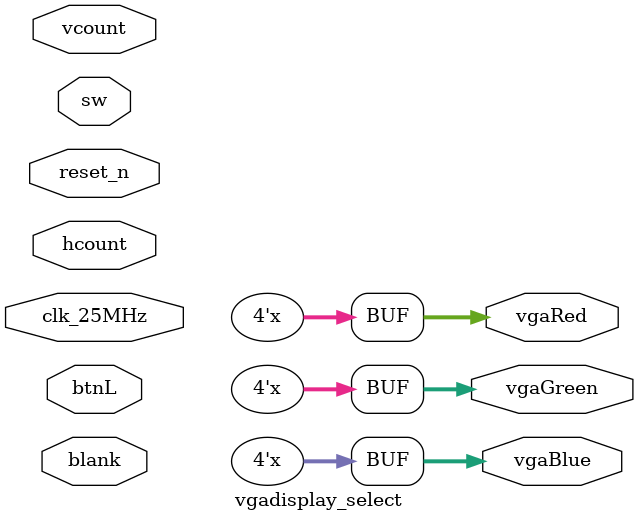
<source format=v>
`timescale 1ns / 1ps


module vgadisplay_select(
    input [1:0] sw,
    input btnL,
    input clk_25MHz, //25Mhz Clock
    input reset_n,  //active low reset
    input blank,
    input [10:0] hcount,
    input [10:0] vcount,
    output reg [3:0] vgaRed,
    output reg [3:0] vgaGreen,
    output reg [3:0] vgaBlue
    );
    
    parameter colorRED = 12'b111100000000;
    parameter colorGREEN = 12'b000011110000;
    parameter colorBLUE = 12'b000000001111;
    parameter colorWHITE = 12'b111111111111;
    parameter colorBLACK = 12'b000000000000;
    parameter colorYELLOW = 12'b111111110000;
    
    
    
    reg [11:0] vgaColor; //Starting at MSB: Red, Green, Blue each 4 bits
    
    wire [11:0] stateTYPE;
    wire [11:0] stateBTN;
    wire [11:0] state0;
    wire [11:0] state1;
    wire [11:0] state2;
    wire [11:0] state3;
   
    typing ece3829 (hcount, vcount, blank, stateTYPE);
    drawMovingBlock mover (btnL, clk_25MHz, reset_n, hcount, vcount, blank, stateBTN);
    drawFullscreen yellowscreen (colorYELLOW, hcount, vcount, blank, state0);
    drawStripes redwhitestripes (colorRED, colorWHITE, hcount, vcount, blank, state1);
    drawBlock greenblock (colorGREEN, hcount, vcount, blank, state2);
    drawStripe bluestripe (colorBLUE, hcount, vcount, blank, state3);
    
    always @ (hcount or vcount) begin
    
        if (btnL) begin 
            vgaColor <= stateBTN;
        end
        
        else begin
            case (sw)
                2'b00 : begin  //all yellow
                vgaColor <= state0;
                end
                
                2'b01 : begin //red and white stripes
                vgaColor <= state1;
                end
                
                2'b10 : begin //black screen, green block
                vgaColor <= state2;
                end
                
                2'b11 : begin //black screen, blue stripe
                vgaColor <= state3;
                end
                
                endcase

            end   
          //assign colors to proper outputs
          vgaRed <= vgaColor[11:8];
          vgaGreen <= vgaColor[7:4];
          vgaBlue <= vgaColor[3:0];
      end
    
    
endmodule

</source>
